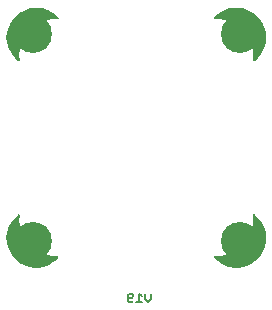
<source format=gbr>
G04 EAGLE Gerber RS-274X export*
G75*
%MOMM*%
%FSLAX34Y34*%
%LPD*%
%INBottom Copper*%
%IPPOS*%
%AMOC8*
5,1,8,0,0,1.08239X$1,22.5*%
G01*
%ADD10C,0.127000*%
%ADD11C,3.216000*%

G36*
X99673Y64978D02*
X99673Y64978D01*
X99727Y64977D01*
X99813Y64999D01*
X99900Y65013D01*
X99950Y65035D01*
X100002Y65049D01*
X100062Y65087D01*
X100159Y65131D01*
X100230Y65193D01*
X100286Y65228D01*
X102994Y67644D01*
X103053Y67714D01*
X103102Y67757D01*
X105409Y70559D01*
X105456Y70636D01*
X105498Y70686D01*
X107350Y73808D01*
X107385Y73892D01*
X107419Y73947D01*
X108771Y77315D01*
X108793Y77404D01*
X108818Y77464D01*
X109639Y80999D01*
X109642Y81025D01*
X109648Y81046D01*
X109650Y81099D01*
X109663Y81153D01*
X109934Y84772D01*
X109929Y84863D01*
X109934Y84928D01*
X109649Y88546D01*
X109629Y88635D01*
X109625Y88700D01*
X108790Y92232D01*
X108757Y92317D01*
X108743Y92380D01*
X107378Y95744D01*
X107335Y95818D01*
X107335Y95819D01*
X107332Y95824D01*
X107309Y95883D01*
X105446Y98998D01*
X105402Y99052D01*
X105368Y99109D01*
X105361Y99115D01*
X105356Y99125D01*
X103038Y101918D01*
X102989Y101963D01*
X102958Y102004D01*
X100333Y104511D01*
X100259Y104564D01*
X100213Y104609D01*
X97235Y106685D01*
X97154Y106726D01*
X97101Y106764D01*
X93842Y108360D01*
X93755Y108388D01*
X93697Y108418D01*
X90232Y109497D01*
X90142Y109512D01*
X90080Y109532D01*
X86490Y110068D01*
X86399Y110069D01*
X86335Y110080D01*
X82706Y110061D01*
X82615Y110048D01*
X82551Y110048D01*
X78967Y109475D01*
X78880Y109448D01*
X78815Y109439D01*
X75361Y108325D01*
X75279Y108285D01*
X75217Y108266D01*
X71974Y106637D01*
X71899Y106585D01*
X71840Y106556D01*
X68884Y104450D01*
X68818Y104388D01*
X68765Y104351D01*
X66165Y101818D01*
X66132Y101775D01*
X66092Y101739D01*
X66046Y101663D01*
X65992Y101593D01*
X65972Y101542D01*
X65943Y101496D01*
X65920Y101411D01*
X65887Y101328D01*
X65882Y101275D01*
X65867Y101223D01*
X65868Y101134D01*
X65860Y101045D01*
X65870Y100992D01*
X65870Y100938D01*
X65896Y100853D01*
X65912Y100766D01*
X65936Y100718D01*
X65952Y100666D01*
X66000Y100591D01*
X66040Y100512D01*
X66076Y100472D01*
X66106Y100427D01*
X66172Y100368D01*
X66233Y100303D01*
X66279Y100275D01*
X66320Y100240D01*
X66400Y100202D01*
X66476Y100156D01*
X66528Y100142D01*
X66577Y100120D01*
X66648Y100110D01*
X66751Y100083D01*
X66844Y100085D01*
X66910Y100076D01*
X71111Y100226D01*
X75219Y99785D01*
X79222Y98764D01*
X83039Y97184D01*
X86593Y95078D01*
X89811Y92488D01*
X92629Y89467D01*
X94988Y86076D01*
X96841Y82384D01*
X98150Y78465D01*
X98889Y74401D01*
X99043Y70272D01*
X98600Y66092D01*
X98602Y66038D01*
X98595Y65985D01*
X98607Y65897D01*
X98610Y65808D01*
X98627Y65757D01*
X98635Y65703D01*
X98671Y65623D01*
X98698Y65538D01*
X98729Y65493D01*
X98751Y65444D01*
X98808Y65376D01*
X98858Y65303D01*
X98900Y65269D01*
X98935Y65227D01*
X99009Y65178D01*
X99077Y65121D01*
X99127Y65100D01*
X99171Y65070D01*
X99256Y65043D01*
X99337Y65007D01*
X99391Y65000D01*
X99443Y64984D01*
X99531Y64982D01*
X99619Y64970D01*
X99673Y64978D01*
G37*
G36*
X-99583Y64979D02*
X-99583Y64979D01*
X-99494Y64977D01*
X-99442Y64990D01*
X-99388Y64995D01*
X-99305Y65026D01*
X-99219Y65049D01*
X-99173Y65076D01*
X-99122Y65095D01*
X-99051Y65148D01*
X-98974Y65194D01*
X-98938Y65233D01*
X-98894Y65265D01*
X-98841Y65336D01*
X-98780Y65401D01*
X-98755Y65449D01*
X-98723Y65492D01*
X-98691Y65575D01*
X-98650Y65654D01*
X-98640Y65707D01*
X-98621Y65757D01*
X-98616Y65829D01*
X-98596Y65933D01*
X-98604Y66026D01*
X-98600Y66092D01*
X-99043Y70272D01*
X-98889Y74401D01*
X-98150Y78465D01*
X-96841Y82384D01*
X-94988Y86076D01*
X-92629Y89467D01*
X-89811Y92488D01*
X-86593Y95078D01*
X-83039Y97184D01*
X-79222Y98764D01*
X-75219Y99785D01*
X-71111Y100226D01*
X-66910Y100076D01*
X-66856Y100082D01*
X-66803Y100078D01*
X-66716Y100096D01*
X-66627Y100106D01*
X-66577Y100126D01*
X-66525Y100137D01*
X-66446Y100179D01*
X-66364Y100213D01*
X-66321Y100246D01*
X-66274Y100271D01*
X-66210Y100333D01*
X-66141Y100388D01*
X-66109Y100432D01*
X-66070Y100470D01*
X-66026Y100547D01*
X-65975Y100619D01*
X-65957Y100670D01*
X-65930Y100717D01*
X-65909Y100803D01*
X-65879Y100887D01*
X-65876Y100941D01*
X-65863Y100993D01*
X-65867Y101082D01*
X-65862Y101171D01*
X-65874Y101224D01*
X-65876Y101277D01*
X-65904Y101362D01*
X-65924Y101448D01*
X-65950Y101496D01*
X-65967Y101547D01*
X-66009Y101605D01*
X-66060Y101698D01*
X-66126Y101764D01*
X-66165Y101818D01*
X-68765Y104351D01*
X-68838Y104404D01*
X-68884Y104450D01*
X-71840Y106556D01*
X-71921Y106598D01*
X-71974Y106637D01*
X-75217Y108266D01*
X-75303Y108295D01*
X-75361Y108325D01*
X-78815Y109439D01*
X-78905Y109455D01*
X-78967Y109475D01*
X-82551Y110048D01*
X-82641Y110050D01*
X-82706Y110061D01*
X-86335Y110080D01*
X-86425Y110067D01*
X-86490Y110068D01*
X-90080Y109532D01*
X-90167Y109506D01*
X-90232Y109497D01*
X-93697Y108418D01*
X-93779Y108379D01*
X-93842Y108360D01*
X-97101Y106764D01*
X-97177Y106713D01*
X-97235Y106685D01*
X-100213Y104609D01*
X-100279Y104547D01*
X-100333Y104511D01*
X-102958Y102004D01*
X-103000Y101952D01*
X-103038Y101918D01*
X-105356Y99125D01*
X-105404Y99047D01*
X-105446Y98998D01*
X-107309Y95883D01*
X-107344Y95799D01*
X-107378Y95744D01*
X-108743Y92380D01*
X-108765Y92292D01*
X-108790Y92232D01*
X-109625Y88700D01*
X-109633Y88609D01*
X-109649Y88546D01*
X-109934Y84928D01*
X-109929Y84837D01*
X-109934Y84772D01*
X-109663Y81153D01*
X-109655Y81117D01*
X-109656Y81098D01*
X-109642Y81047D01*
X-109639Y80999D01*
X-108818Y77464D01*
X-108785Y77379D01*
X-108771Y77315D01*
X-107419Y73947D01*
X-107373Y73868D01*
X-107350Y73808D01*
X-105498Y70686D01*
X-105441Y70615D01*
X-105409Y70559D01*
X-103102Y67757D01*
X-103035Y67695D01*
X-102994Y67644D01*
X-100286Y65228D01*
X-100241Y65198D01*
X-100202Y65161D01*
X-100123Y65120D01*
X-100049Y65070D01*
X-99998Y65054D01*
X-99950Y65029D01*
X-99863Y65011D01*
X-99778Y64984D01*
X-99724Y64983D01*
X-99671Y64972D01*
X-99583Y64979D01*
G37*
G36*
X-82706Y-110061D02*
X-82706Y-110061D01*
X-82615Y-110048D01*
X-82551Y-110048D01*
X-78967Y-109475D01*
X-78880Y-109448D01*
X-78815Y-109439D01*
X-75361Y-108325D01*
X-75279Y-108285D01*
X-75217Y-108266D01*
X-71974Y-106637D01*
X-71899Y-106585D01*
X-71840Y-106556D01*
X-68884Y-104450D01*
X-68818Y-104388D01*
X-68765Y-104351D01*
X-66165Y-101818D01*
X-66132Y-101775D01*
X-66092Y-101739D01*
X-66046Y-101663D01*
X-65992Y-101593D01*
X-65972Y-101542D01*
X-65943Y-101496D01*
X-65920Y-101411D01*
X-65887Y-101328D01*
X-65882Y-101275D01*
X-65867Y-101223D01*
X-65868Y-101134D01*
X-65860Y-101045D01*
X-65870Y-100992D01*
X-65870Y-100938D01*
X-65896Y-100853D01*
X-65912Y-100766D01*
X-65936Y-100718D01*
X-65952Y-100666D01*
X-66000Y-100591D01*
X-66040Y-100512D01*
X-66076Y-100472D01*
X-66106Y-100427D01*
X-66172Y-100368D01*
X-66233Y-100303D01*
X-66279Y-100275D01*
X-66320Y-100240D01*
X-66400Y-100202D01*
X-66476Y-100156D01*
X-66528Y-100142D01*
X-66577Y-100120D01*
X-66648Y-100110D01*
X-66751Y-100083D01*
X-66844Y-100085D01*
X-66910Y-100076D01*
X-71111Y-100226D01*
X-75219Y-99785D01*
X-79222Y-98764D01*
X-83039Y-97184D01*
X-86593Y-95078D01*
X-89811Y-92488D01*
X-92629Y-89467D01*
X-94988Y-86076D01*
X-96841Y-82384D01*
X-98150Y-78465D01*
X-98889Y-74401D01*
X-99043Y-70272D01*
X-98600Y-66092D01*
X-98602Y-66038D01*
X-98595Y-65985D01*
X-98607Y-65897D01*
X-98610Y-65808D01*
X-98627Y-65757D01*
X-98635Y-65703D01*
X-98671Y-65623D01*
X-98698Y-65538D01*
X-98729Y-65493D01*
X-98751Y-65444D01*
X-98808Y-65376D01*
X-98858Y-65303D01*
X-98900Y-65269D01*
X-98935Y-65227D01*
X-99009Y-65178D01*
X-99077Y-65121D01*
X-99127Y-65100D01*
X-99171Y-65070D01*
X-99256Y-65043D01*
X-99337Y-65007D01*
X-99391Y-65000D01*
X-99443Y-64984D01*
X-99531Y-64982D01*
X-99619Y-64970D01*
X-99673Y-64978D01*
X-99727Y-64977D01*
X-99813Y-64999D01*
X-99900Y-65013D01*
X-99950Y-65035D01*
X-100002Y-65049D01*
X-100062Y-65087D01*
X-100159Y-65131D01*
X-100230Y-65193D01*
X-100286Y-65228D01*
X-102994Y-67644D01*
X-103053Y-67714D01*
X-103102Y-67757D01*
X-105409Y-70559D01*
X-105456Y-70636D01*
X-105498Y-70686D01*
X-107350Y-73808D01*
X-107385Y-73892D01*
X-107419Y-73947D01*
X-108771Y-77315D01*
X-108793Y-77404D01*
X-108818Y-77464D01*
X-109639Y-80999D01*
X-109647Y-81090D01*
X-109663Y-81153D01*
X-109934Y-84772D01*
X-109929Y-84863D01*
X-109934Y-84928D01*
X-109649Y-88546D01*
X-109629Y-88635D01*
X-109625Y-88700D01*
X-108790Y-92232D01*
X-108757Y-92317D01*
X-108743Y-92380D01*
X-107378Y-95744D01*
X-107332Y-95822D01*
X-107309Y-95883D01*
X-105446Y-98998D01*
X-105388Y-99069D01*
X-105356Y-99125D01*
X-103038Y-101918D01*
X-102989Y-101963D01*
X-102958Y-102004D01*
X-100333Y-104511D01*
X-100259Y-104564D01*
X-100213Y-104609D01*
X-97235Y-106685D01*
X-97154Y-106726D01*
X-97101Y-106764D01*
X-93842Y-108360D01*
X-93755Y-108388D01*
X-93697Y-108418D01*
X-90232Y-109497D01*
X-90142Y-109512D01*
X-90080Y-109532D01*
X-86490Y-110068D01*
X-86399Y-110069D01*
X-86335Y-110080D01*
X-82706Y-110061D01*
G37*
G36*
X86425Y-110067D02*
X86425Y-110067D01*
X86490Y-110068D01*
X90080Y-109532D01*
X90167Y-109506D01*
X90232Y-109497D01*
X93697Y-108418D01*
X93779Y-108379D01*
X93842Y-108360D01*
X97101Y-106764D01*
X97177Y-106713D01*
X97235Y-106685D01*
X100213Y-104609D01*
X100279Y-104547D01*
X100333Y-104511D01*
X102958Y-102004D01*
X103000Y-101952D01*
X103038Y-101918D01*
X105356Y-99125D01*
X105404Y-99047D01*
X105446Y-98998D01*
X107309Y-95883D01*
X107344Y-95799D01*
X107378Y-95744D01*
X108743Y-92380D01*
X108765Y-92292D01*
X108790Y-92232D01*
X109625Y-88700D01*
X109633Y-88609D01*
X109649Y-88546D01*
X109934Y-84928D01*
X109929Y-84837D01*
X109934Y-84772D01*
X109663Y-81153D01*
X109643Y-81064D01*
X109639Y-80999D01*
X108818Y-77464D01*
X108785Y-77379D01*
X108771Y-77315D01*
X107419Y-73947D01*
X107373Y-73868D01*
X107350Y-73808D01*
X105498Y-70686D01*
X105441Y-70615D01*
X105409Y-70559D01*
X103102Y-67757D01*
X103035Y-67695D01*
X102994Y-67644D01*
X100286Y-65228D01*
X100241Y-65198D01*
X100202Y-65161D01*
X100123Y-65120D01*
X100049Y-65070D01*
X99998Y-65054D01*
X99950Y-65029D01*
X99863Y-65011D01*
X99778Y-64984D01*
X99724Y-64983D01*
X99671Y-64972D01*
X99583Y-64979D01*
X99494Y-64977D01*
X99442Y-64990D01*
X99388Y-64995D01*
X99305Y-65026D01*
X99219Y-65049D01*
X99173Y-65076D01*
X99122Y-65095D01*
X99051Y-65148D01*
X98974Y-65194D01*
X98938Y-65233D01*
X98894Y-65265D01*
X98841Y-65336D01*
X98780Y-65401D01*
X98755Y-65449D01*
X98723Y-65492D01*
X98691Y-65575D01*
X98650Y-65654D01*
X98640Y-65707D01*
X98621Y-65757D01*
X98616Y-65829D01*
X98596Y-65933D01*
X98604Y-66026D01*
X98600Y-66092D01*
X99043Y-70272D01*
X98889Y-74401D01*
X98150Y-78465D01*
X96841Y-82384D01*
X94988Y-86076D01*
X92629Y-89467D01*
X89811Y-92488D01*
X86593Y-95078D01*
X83039Y-97184D01*
X79222Y-98764D01*
X75219Y-99785D01*
X71111Y-100226D01*
X66910Y-100076D01*
X66856Y-100082D01*
X66803Y-100078D01*
X66716Y-100096D01*
X66627Y-100106D01*
X66577Y-100126D01*
X66525Y-100137D01*
X66446Y-100179D01*
X66364Y-100213D01*
X66321Y-100246D01*
X66274Y-100271D01*
X66210Y-100333D01*
X66141Y-100388D01*
X66109Y-100432D01*
X66070Y-100470D01*
X66026Y-100547D01*
X65975Y-100619D01*
X65957Y-100670D01*
X65930Y-100717D01*
X65909Y-100803D01*
X65879Y-100887D01*
X65876Y-100941D01*
X65863Y-100993D01*
X65867Y-101082D01*
X65862Y-101171D01*
X65874Y-101224D01*
X65876Y-101277D01*
X65904Y-101362D01*
X65924Y-101448D01*
X65950Y-101496D01*
X65967Y-101547D01*
X66009Y-101605D01*
X66060Y-101698D01*
X66126Y-101764D01*
X66165Y-101818D01*
X68765Y-104351D01*
X68838Y-104404D01*
X68884Y-104450D01*
X71840Y-106556D01*
X71921Y-106598D01*
X71974Y-106637D01*
X75217Y-108266D01*
X75303Y-108295D01*
X75361Y-108325D01*
X78815Y-109439D01*
X78905Y-109455D01*
X78967Y-109475D01*
X82551Y-110048D01*
X82641Y-110050D01*
X82706Y-110061D01*
X86335Y-110080D01*
X86425Y-110067D01*
G37*
D10*
X12065Y-132201D02*
X12065Y-136777D01*
X9777Y-139065D01*
X7489Y-136777D01*
X7489Y-132201D01*
X4581Y-134489D02*
X2293Y-132201D01*
X2293Y-139065D01*
X4581Y-139065D02*
X5Y-139065D01*
X-2903Y-137921D02*
X-4047Y-139065D01*
X-6335Y-139065D01*
X-7479Y-137921D01*
X-7479Y-133345D01*
X-6335Y-132201D01*
X-4047Y-132201D01*
X-2903Y-133345D01*
X-2903Y-134489D01*
X-4047Y-135633D01*
X-7479Y-135633D01*
D11*
X87630Y-87630D03*
X-87630Y-87630D03*
X87630Y87630D03*
X-87630Y87630D03*
M02*

</source>
